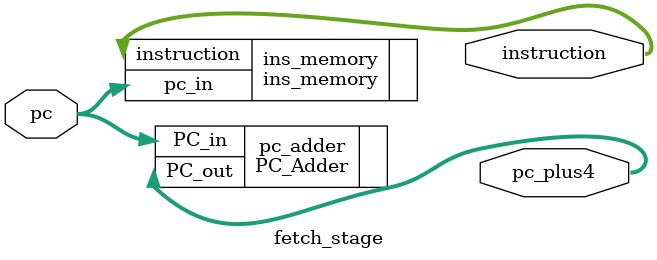
<source format=v>
module fetch_stage 
#(parameter inst_width=32)
( input [inst_width-1:0] pc ,
output [inst_width-1:0] instruction ,
output [inst_width-1:0] pc_plus4

);

PC_Adder #(.ins_width(32)) pc_adder 

(
.PC_in(pc),
.PC_out(pc_plus4) 

);
/*depth is only for testing ,real=2**addr*/
ins_memory #( .width(32) , .addr(32) ,.depth(128) ) ins_memory

(  .pc_in(pc),
 .instruction(instruction)
);
endmodule 
</source>
